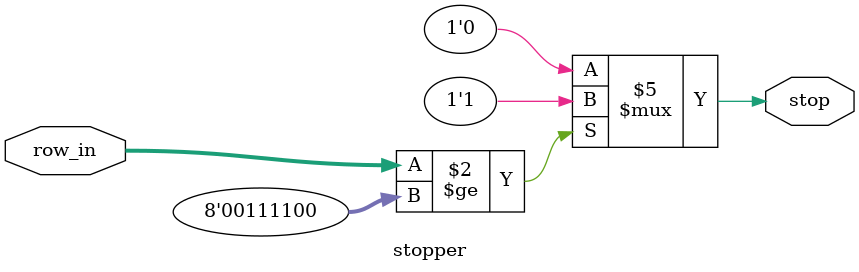
<source format=v>
`timescale 1ns / 1ps


module stopper#(
    parameter INPUT_WIDTH = 8
) (
    input [INPUT_WIDTH - 1:0] row_in,
    output reg stop
    );
    initial begin 
        stop = 0;
        end
    always @(row_in) begin 
        if (row_in >= 8'd60) begin 
            stop = 1;
            end
        else begin 
            stop = 0;
            end
    end
endmodule

</source>
